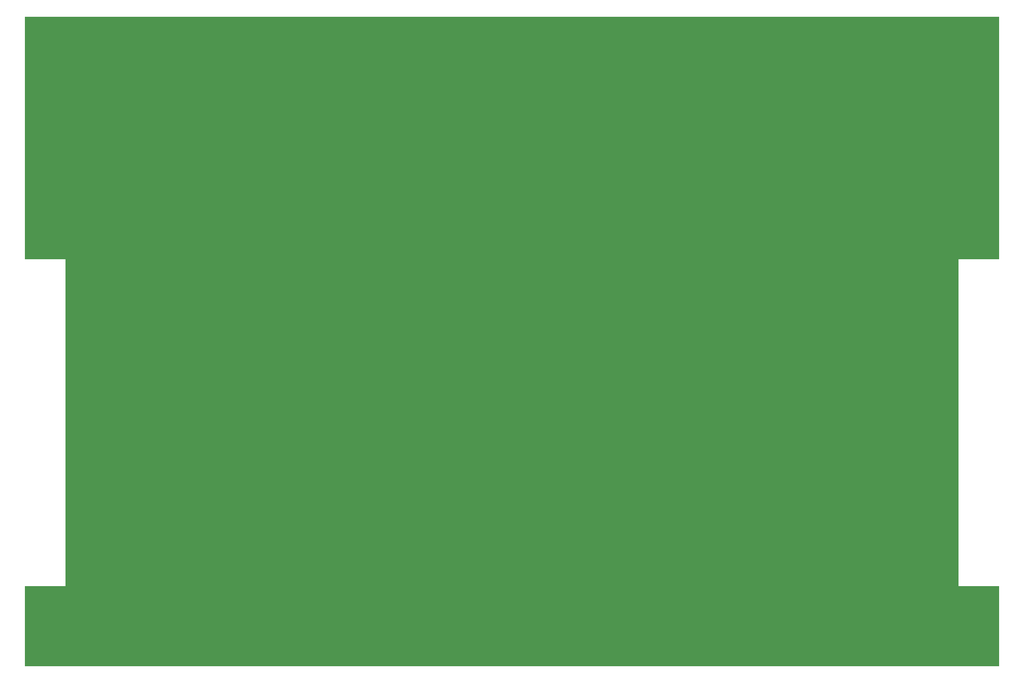
<source format=gbr>
G04 DipTrace 2.4.0.2*
%INBoard.gbr*%
%MOIN*%
%ADD11C,0.006*%
%FSLAX44Y44*%
G04*
G70*
G90*
G75*
G01*
%LNBoardPoly*%
%LPD*%
G36*
X3940Y3940D2*
D11*
Y8877D1*
X6440D1*
Y29003D1*
X3940D1*
Y43940D1*
X63940D1*
Y29003D1*
X61440D1*
Y8877D1*
X63940D1*
Y3940D1*
X3940D1*
G37*
M02*

</source>
